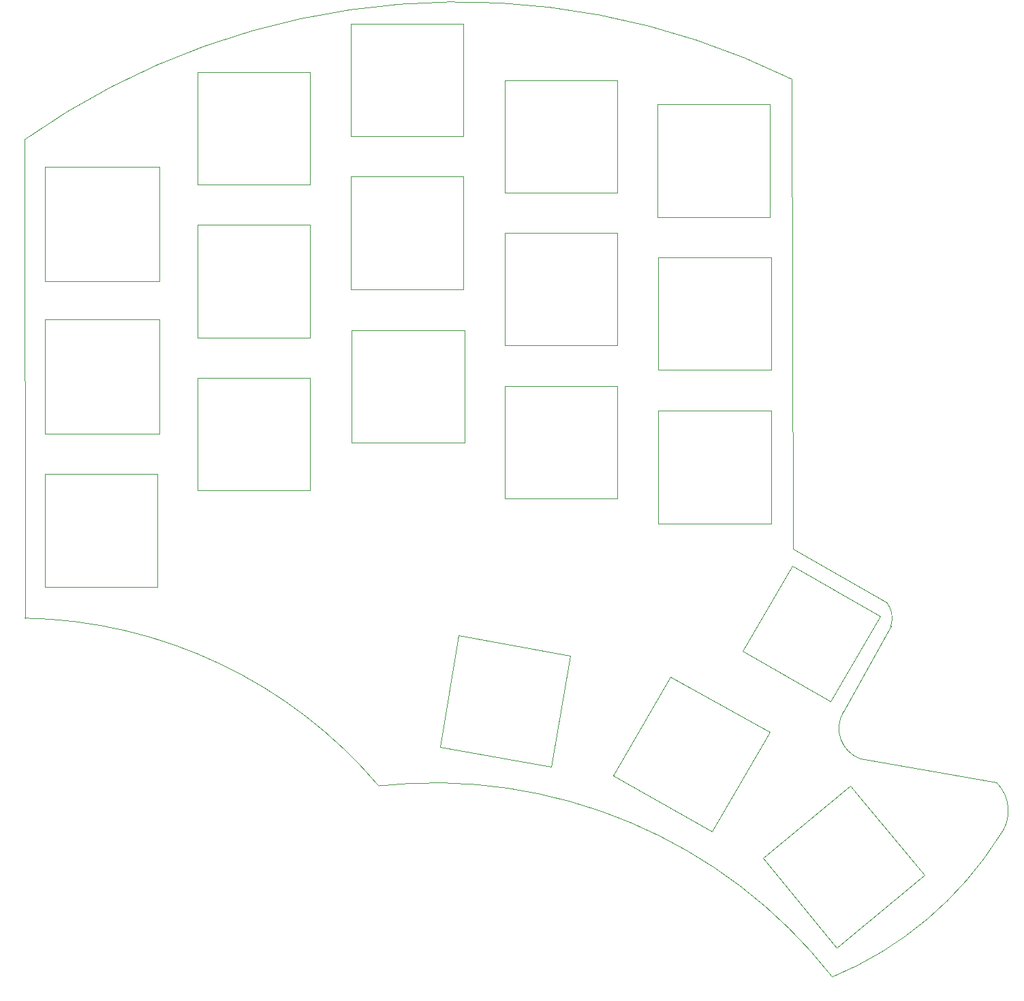
<source format=gbr>
G04 #@! TF.GenerationSoftware,KiCad,Pcbnew,5.1.10*
G04 #@! TF.CreationDate,2021-08-05T17:34:59+02:00*
G04 #@! TF.ProjectId,split_3x_plate_gerber,73706c69-745f-4337-985f-706c6174655f,rev?*
G04 #@! TF.SameCoordinates,Original*
G04 #@! TF.FileFunction,Profile,NP*
%FSLAX46Y46*%
G04 Gerber Fmt 4.6, Leading zero omitted, Abs format (unit mm)*
G04 Created by KiCad (PCBNEW 5.1.10) date 2021-08-05 17:34:59*
%MOMM*%
%LPD*%
G01*
G04 APERTURE LIST*
G04 #@! TA.AperFunction,Profile*
%ADD10C,0.050000*%
G04 #@! TD*
G04 APERTURE END LIST*
D10*
X181587930Y-136108277D02*
G75*
G02*
X179500000Y-130300000I1371395J3772400D01*
G01*
X198521567Y-139078078D02*
X181587930Y-136108277D01*
X169500000Y-148500000D02*
X180400000Y-139500000D01*
X169500000Y-148500000D02*
X178700000Y-159600000D01*
X178700000Y-159600000D02*
X189600000Y-150600000D01*
X180400000Y-139500000D02*
X189600000Y-150600000D01*
X198521567Y-139078078D02*
G75*
G02*
X198906839Y-145704287I-3468942J-3526002D01*
G01*
X163200000Y-145200000D02*
X150900000Y-138200000D01*
X158000000Y-125900000D02*
X150900000Y-138200000D01*
X163200000Y-145200000D02*
X170400000Y-132800000D01*
X158000000Y-125900000D02*
X170400000Y-132800000D01*
X167000000Y-122700000D02*
X173200000Y-112100000D01*
X177900000Y-129000000D02*
X167000000Y-122700000D01*
X184100000Y-118400000D02*
X177900000Y-129000000D01*
X173200000Y-112100000D02*
X184100000Y-118400000D01*
X129400000Y-134700000D02*
X143200000Y-137100000D01*
X131700000Y-120800000D02*
X129400000Y-134700000D01*
X145600000Y-123300000D02*
X131700000Y-120800000D01*
X143200000Y-137100000D02*
X145600000Y-123300000D01*
X156500000Y-92850000D02*
X170500000Y-92850000D01*
X170500000Y-92850000D02*
X170500000Y-106850000D01*
X156500000Y-106850000D02*
X156500000Y-92850000D01*
X170500000Y-106850000D02*
X156500000Y-106850000D01*
X156500000Y-73750000D02*
X170500000Y-73750000D01*
X170500000Y-73750000D02*
X170500000Y-87750000D01*
X156500000Y-87750000D02*
X156500000Y-73750000D01*
X170500000Y-87750000D02*
X156500000Y-87750000D01*
X156400000Y-54750000D02*
X170400000Y-54750000D01*
X170400000Y-54750000D02*
X170400000Y-68750000D01*
X156400000Y-68750000D02*
X156400000Y-54750000D01*
X170400000Y-68750000D02*
X156400000Y-68750000D01*
X137400000Y-89750000D02*
X151400000Y-89750000D01*
X151400000Y-89750000D02*
X151400000Y-103750000D01*
X137400000Y-103750000D02*
X137400000Y-89750000D01*
X151400000Y-103750000D02*
X137400000Y-103750000D01*
X137400000Y-70750000D02*
X151400000Y-70750000D01*
X151400000Y-70750000D02*
X151400000Y-84750000D01*
X137400000Y-84750000D02*
X137400000Y-70750000D01*
X151400000Y-84750000D02*
X137400000Y-84750000D01*
X137400000Y-51750000D02*
X151400000Y-51750000D01*
X151400000Y-51750000D02*
X151400000Y-65750000D01*
X137400000Y-65750000D02*
X137400000Y-51750000D01*
X151400000Y-65750000D02*
X137400000Y-65750000D01*
X118400000Y-82850000D02*
X132400000Y-82850000D01*
X132400000Y-82850000D02*
X132400000Y-96850000D01*
X118400000Y-96850000D02*
X118400000Y-82850000D01*
X132400000Y-96850000D02*
X118400000Y-96850000D01*
X118300000Y-63750000D02*
X132300000Y-63750000D01*
X132300000Y-63750000D02*
X132300000Y-77750000D01*
X118300000Y-77750000D02*
X118300000Y-63750000D01*
X132300000Y-77750000D02*
X118300000Y-77750000D01*
X118300000Y-44750000D02*
X132300000Y-44750000D01*
X132300000Y-44750000D02*
X132300000Y-58750000D01*
X118300000Y-58750000D02*
X118300000Y-44750000D01*
X132300000Y-58750000D02*
X118300000Y-58750000D01*
X99250000Y-88750000D02*
X113250000Y-88750000D01*
X113250000Y-88750000D02*
X113250000Y-102750000D01*
X99250000Y-102750000D02*
X99250000Y-88750000D01*
X113250000Y-102750000D02*
X99250000Y-102750000D01*
X99250000Y-69750000D02*
X113250000Y-69750000D01*
X113250000Y-69750000D02*
X113250000Y-83750000D01*
X99250000Y-83750000D02*
X99250000Y-69750000D01*
X113250000Y-83750000D02*
X99250000Y-83750000D01*
X99250000Y-50750000D02*
X113250000Y-50750000D01*
X113250000Y-50750000D02*
X113250000Y-64750000D01*
X99250000Y-64750000D02*
X99250000Y-50750000D01*
X113250000Y-64750000D02*
X99250000Y-64750000D01*
X94250000Y-114750000D02*
X80250000Y-114750000D01*
X94250000Y-100750000D02*
X94250000Y-114750000D01*
X80250000Y-100750000D02*
X94250000Y-100750000D01*
X80250000Y-114750000D02*
X80250000Y-100750000D01*
X94500000Y-95750000D02*
X94250000Y-95750000D01*
X94500000Y-81500000D02*
X94500000Y-95750000D01*
X94250000Y-81500000D02*
X94500000Y-81500000D01*
X80250000Y-95750000D02*
X80250000Y-81500000D01*
X94250000Y-95750000D02*
X80250000Y-95750000D01*
X80250000Y-81500000D02*
X94250000Y-81500000D01*
X80250000Y-76750000D02*
X80250000Y-62500000D01*
X94500000Y-76750000D02*
X80250000Y-76750000D01*
X94500000Y-62500000D02*
X94500000Y-76750000D01*
X80250000Y-62500000D02*
X94500000Y-62500000D01*
X184897193Y-116702203D02*
G75*
G02*
X185400000Y-119600000I-2439868J-1915870D01*
G01*
X173250000Y-110000000D02*
X184897194Y-116702203D01*
X173037499Y-51593751D02*
X173250000Y-110000000D01*
X179500000Y-130300000D02*
X185400000Y-119600000D01*
X77794796Y-118636490D02*
G75*
G02*
X121749255Y-139493235I-1008148J-58868809D01*
G01*
X121749255Y-139493235D02*
G75*
G02*
X178128606Y-163252882I6879865J-62445949D01*
G01*
X198906839Y-145704287D02*
G75*
G02*
X178128606Y-163252882I-37823960J23709646D01*
G01*
X77749541Y-59145712D02*
X77794796Y-118636490D01*
X77749541Y-59145712D02*
G75*
G02*
X173037499Y-51593751I54012959J-76585538D01*
G01*
M02*

</source>
